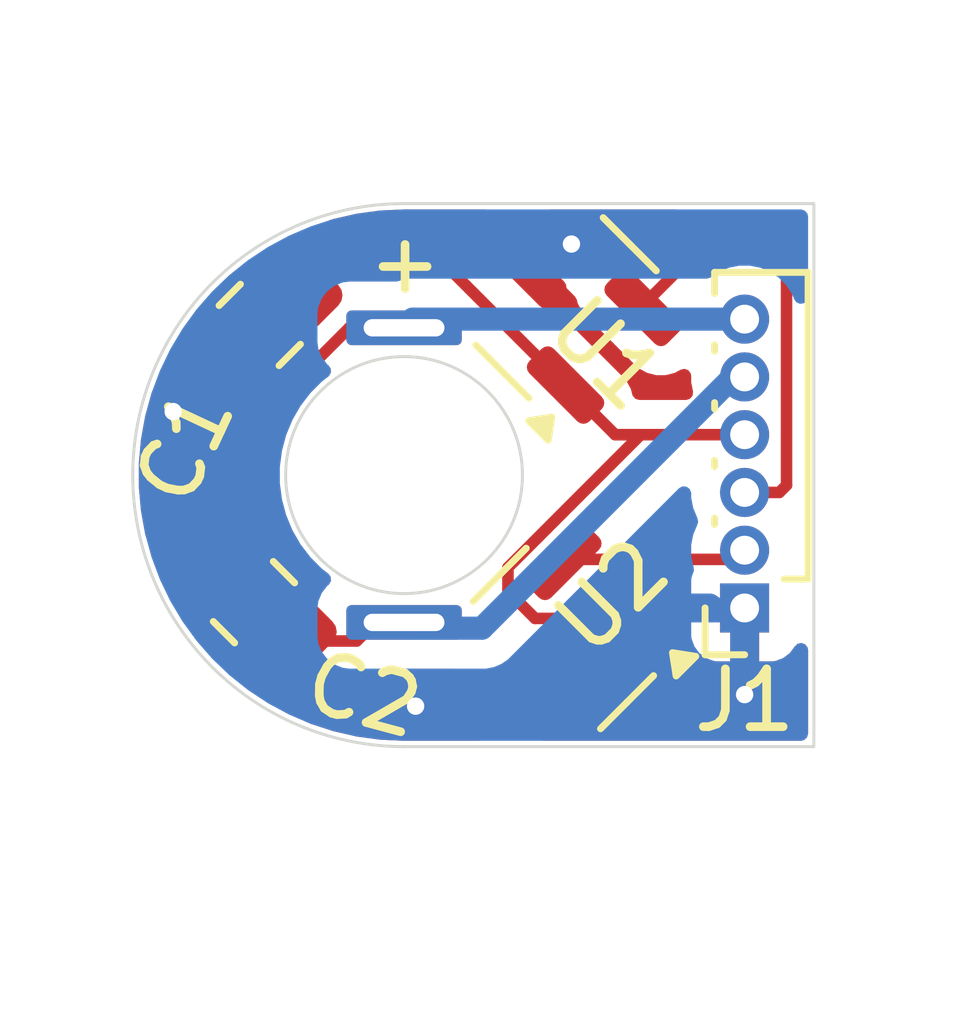
<source format=kicad_pcb>
(kicad_pcb (version 20241229) (generator "pcbnew") (generator_version "9.0")
  (layers (0 "F.Cu" signal) (2 "B.Cu" signal) (13 "F.Paste" user) (15 "B.Paste" user) (5 "F.SilkS" user "F.Silkscreen") (7 "B.SilkS" user "B.Silkscreen") (1 "F.Mask" user) (3 "B.Mask" user) (25 "Edge.Cuts" user))
  (net 0 "")
  (net 1 "GND")
  (net 2 "+3.3V")
  (net 3 "Net-(J1-Pin_6)")
  (net 4 "Net-(J1-Pin_5)")
  (net 5 "Net-(J1-Pin_3)")
  (net 6 "Net-(J1-Pin_2)")
  (footprint "Capacitor_SMD:C_0805_2012Metric" (layer "F.Cu") (at 142.4 107.2 -45)
    (property "Reference" "C2" (at 2.474874 -0.212132 165) (layer "F.SilkS"))
    (property "Value" "1nF")
    (fp_line (start -0.261253 0.735) (end 0.261253 0.735) (stroke (width 0.12)) (layer "F.SilkS"))
    (fp_line (start -0.261253 -0.735) (end 0.261253 -0.735) (stroke (width 0.12)) (layer "F.SilkS"))
    (pad "1" smd roundrect (at -0.949999 0 315) (size 1 1.45) (layers "F.Cu" "F.Mask" "F.Paste") (net 3 "Net-(J1-Pin_6)"))
    (pad "2" smd roundrect (at 0.949999 0 315) (size 1 1.45) (layers "F.Cu" "F.Mask" "F.Paste") (net 4 "Net-(J1-Pin_5)"))
  )
  (footprint "Capacitor_SMD:C_0805_2012Metric" (layer "F.Cu") (at 142.5 102.4 -135)
    (property "Reference" "C1" (at 2.404163 -0.565685 65) (layer "F.SilkS"))
    (property "Value" "10nF")
    (fp_line (start -0.261253 0.735) (end 0.261253 0.735) (stroke (width 0.12)) (layer "F.SilkS"))
    (fp_line (start -0.261253 -0.735) (end 0.261253 -0.735) (stroke (width 0.12)) (layer "F.SilkS"))
    (pad "1" smd roundrect (at -0.949999 0 225) (size 1 1.45) (layers "F.Cu" "F.Mask" "F.Paste") (net 2 "+3.3V"))
    (pad "2" smd roundrect (at 0.949999 0 225) (size 1 1.45) (layers "F.Cu" "F.Mask" "F.Paste") (net 1 "GND"))
  )
  (footprint "Package_TO_SOT_SMD:SOT-23" (layer "F.Cu") (at 147.806551 102.106551 135)
    (property "Reference" "U1" (at -1.051396 -0.070711 135) (layer "F.SilkS"))
    (property "Value" "CC6102ST")
    (fp_line (start 0 -1.560001) (end 0.65 -1.56) (stroke (width 0.12)) (layer "F.SilkS"))
    (fp_line (start 0 -1.560001) (end -0.65 -1.56) (stroke (width 0.12)) (layer "F.SilkS"))
    (fp_line (start 0 1.560001) (end 0.65 1.56) (stroke (width 0.12)) (layer "F.SilkS"))
    (fp_line (start 0 1.560001) (end -0.65 1.56) (stroke (width 0.12)) (layer "F.SilkS"))
    (fp_poly (pts (xy -1.1625 -1.51) (xy -1.4025 -1.84) (xy -0.9225 -1.839999)) (stroke (width 0.12)) (fill yes) (layer "F.SilkS"))
    (pad "1" smd roundrect (at -0.9375 -0.95 135) (size 1.475 0.6) (layers "F.Cu" "F.Mask" "F.Paste") (net 2 "+3.3V"))
    (pad "2" smd roundrect (at -0.9375 0.95 135) (size 1.475 0.6) (layers "F.Cu" "F.Mask" "F.Paste") (net 5 "Net-(J1-Pin_3)"))
    (pad "3" smd roundrect (at 0.937501 0 135) (size 1.475 0.6) (layers "F.Cu" "F.Mask" "F.Paste") (net 1 "GND"))
  )
  (footprint "Connector_PinSocket_1.00mm:PinSocket_1x06_P1.00mm_Vertical" (layer "F.Cu") (at 150.9 107.3 180)
    (property "Reference" "J1" (at 0 -1.6 0) (layer "F.SilkS"))
    (property "Value" "Conn_01x06_Pin" (hide yes))
    (fp_line (start 0.685 -0.81) (end 0.685 0) (stroke (width 0.12)) (layer "F.SilkS"))
    (fp_line (start 0.52 5.445898) (end 0.52 5.81) (stroke (width 0.12)) (layer "F.SilkS"))
    (fp_line (start 0.52 4.445898) (end 0.52 4.554102) (stroke (width 0.12)) (layer "F.SilkS"))
    (fp_line (start 0.52 3.445898) (end 0.52 3.554102) (stroke (width 0.12)) (layer "F.SilkS"))
    (fp_line (start 0.52 2.445898) (end 0.52 2.554102) (stroke (width 0.12)) (layer "F.SilkS"))
    (fp_line (start 0.52 1.445898) (end 0.52 1.554102) (stroke (width 0.12)) (layer "F.SilkS"))
    (fp_line (start 0 -0.81) (end 0.685 -0.81) (stroke (width 0.12)) (layer "F.SilkS"))
    (fp_line (start -1.1 5.81) (end 0.52 5.81) (stroke (width 0.12)) (layer "F.SilkS"))
    (fp_line (start -1.1 0.5) (end -0.685 0.5) (stroke (width 0.12)) (layer "F.SilkS"))
    (fp_line (start -1.1 0.5) (end -1.1 5.81) (stroke (width 0.12)) (layer "F.SilkS"))
    (pad "1" thru_hole rect (at 0 0 180) (size 0.85 0.85) (drill 0.5) (layers "*.Cu" "*.Mask") (net 1 "GND"))
    (pad "2" thru_hole circle (at 0 1 180) (size 0.85 0.85) (drill 0.5) (layers "*.Cu" "*.Mask") (net 6 "Net-(J1-Pin_2)"))
    (pad "3" thru_hole circle (at 0 2 180) (size 0.85 0.85) (drill 0.5) (layers "*.Cu" "*.Mask") (net 5 "Net-(J1-Pin_3)"))
    (pad "4" thru_hole circle (at 0 3 180) (size 0.85 0.85) (drill 0.5) (layers "*.Cu" "*.Mask") (net 2 "+3.3V"))
    (pad "5" thru_hole circle (at 0 4 180) (size 0.85 0.85) (drill 0.5) (layers "*.Cu" "*.Mask") (net 4 "Net-(J1-Pin_5)"))
    (pad "6" thru_hole circle (at 0 5 180) (size 0.85 0.85) (drill 0.5) (layers "*.Cu" "*.Mask") (net 3 "Net-(J1-Pin_6)"))
  )
  (footprint "MyPassives:small_slot_1.2x0.3mm" (layer "F.Cu") (at 145 109.836)
    (property "Reference" "H2" (hide yes))
    (property "Value" "M-")
    (pad "1" thru_hole roundrect (at 0 -2.286) (size 2 0.6) (drill oval 1.4 0.3) (layers "*.Cu" "*.Mask") (roundrect_rratio 0.15) (net 4 "Net-(J1-Pin_5)"))
  )
  (footprint "MyPassives:small_slot_1.2x0.3mm" (layer "F.Cu") (at 145 104.736)
    (property "Reference" "H1" (hide yes))
    (property "Value" "M+")
    (pad "1" thru_hole roundrect (at 0 -2.286) (size 2 0.6) (drill oval 1.4 0.3) (layers "*.Cu" "*.Mask") (roundrect_rratio 0.15) (net 3 "Net-(J1-Pin_6)"))
  )
  (footprint "Package_TO_SOT_SMD:SOT-23" (layer "F.Cu") (at 147.760129 107.828443 -135)
    (property "Reference" "U2" (at -1.108965 -0.078791 225) (layer "F.SilkS"))
    (property "Value" "CC6102ST" (hide yes))
    (fp_line (start 0 1.560001) (end 0.65 1.56) (stroke (width 0.12)) (layer "F.SilkS"))
    (fp_line (start 0 1.560001) (end -0.65 1.56) (stroke (width 0.12)) (layer "F.SilkS"))
    (fp_line (start 0 -1.560001) (end 0.65 -1.56) (stroke (width 0.12)) (layer "F.SilkS"))
    (fp_line (start 0 -1.560001) (end -0.65 -1.56) (stroke (width 0.12)) (layer "F.SilkS"))
    (fp_poly (pts (xy -1.1625 -1.51) (xy -1.4025 -1.84) (xy -0.9225 -1.839999)) (stroke (width 0.12)) (fill yes) (layer "F.SilkS"))
    (pad "1" smd roundrect (at -0.9375 -0.95 225) (size 1.475 0.6) (layers "F.Cu" "F.Mask" "F.Paste") (net 2 "+3.3V"))
    (pad "2" smd roundrect (at -0.9375 0.95 225) (size 1.475 0.6) (layers "F.Cu" "F.Mask" "F.Paste") (net 6 "Net-(J1-Pin_2)"))
    (pad "3" smd roundrect (at 0.937501 0 225) (size 1.475 0.6) (layers "F.Cu" "F.Mask" "F.Paste") (net 1 "GND"))
  )
  (gr_line (start 152.1 100.3) (end 152.1 109.7) (stroke (width 0.05)) (layer "Edge.Cuts"))
  (gr_arc (start 145 109.7) (mid 140.3 105) (end 145 100.3) (stroke (width 0.05)) (layer "Edge.Cuts"))
  (gr_line (start 145 109.7) (end 152.1 109.7) (stroke (width 0.05)) (layer "Edge.Cuts"))
  (gr_line (start 145 100.3) (end 152.1 100.3) (stroke (width 0.05)) (layer "Edge.Cuts"))
  (gr_circle (center 145 105) (end 144.975034 107.050972) (stroke (width 0.05)) (fill no) (layer "Edge.Cuts"))
  (gr_text "+" (at 144.3 101.9 0) (layer "F.SilkS") (effects (font (size 1 1)) (justify left bottom)))
  (segment (start 141.828249 103.071751) (end 141 103.9) (width 0.5) (layer "F.Cu") (net 1))
  (segment (start 150.9 107.3) (end 150.9 108.8) (width 0.5) (layer "F.Cu") (net 1))
  (via (at 150.9 108.8) (size 0.6) (drill 0.3) (layers "F.Cu" "B.Cu") (net 1))
  (via (at 141 103.9) (size 0.6) (drill 0.3) (layers "F.Cu" "B.Cu") (net 1))
  (via (at 147.9 101) (size 0.6) (drill 0.3) (layers "F.Cu" "B.Cu") (net 1))
  (via (at 145.2 109) (size 0.6) (drill 0.3) (layers "F.Cu" "B.Cu") (net 1))
  (segment (start 145.784746 101.428249) (end 143.671751 101.428249) (width 0.2) (layer "F.Cu") (net 2))
  (segment (start 148.656497 104.3) (end 147.797712 103.441215) (width 0.2) (layer "F.Cu") (net 2))
  (segment (start 147.269126 107.480932) (end 148.819859 107.480932) (width 0.2) (layer "F.Cu") (net 2))
  (segment (start 146.8 107.011806) (end 147.269126 107.480932) (width 0.2) (layer "F.Cu") (net 2))
  (segment (start 150.9 104.3) (end 148.656497 104.3) (width 0.2) (layer "F.Cu") (net 2))
  (segment (start 149.1 104.3) (end 146.8 106.6) (width 0.2) (layer "F.Cu") (net 2))
  (segment (start 143.671751 101.428249) (end 143.371751 101.728249) (width 0.2) (layer "F.Cu") (net 2))
  (segment (start 148.656497 104.3) (end 149.1 104.3) (width 0.2) (layer "F.Cu") (net 2))
  (segment (start 147.797712 103.441215) (end 145.784746 101.428249) (width 0.2) (layer "F.Cu") (net 2))
  (segment (start 148.819859 107.480932) (end 149.141215 107.802288) (width 0.2) (layer "F.Cu") (net 2))
  (segment (start 146.8 106.6) (end 146.8 107.011806) (width 0.2) (layer "F.Cu") (net 2))
  (segment (start 143.371751 101.728249) (end 143.171751 101.728249) (width 0.2) (layer "F.Cu") (net 2))
  (segment (start 141.728249 104.771751) (end 141.728249 106.528249) (width 0.2) (layer "F.Cu") (net 3))
  (segment (start 144.05 102.45) (end 141.728249 104.771751) (width 0.2) (layer "F.Cu") (net 3))
  (segment (start 145 102.4) (end 145 102.45) (width 0.2) (layer "F.Cu") (net 3))
  (segment (start 145 102.45) (end 144.05 102.45) (width 0.2) (layer "F.Cu") (net 3))
  (segment (start 145 102.4) (end 145 102.45) (width 0.4) (layer "B.Cu") (net 3))
  (segment (start 145 102.45) (end 145.15 102.3) (width 0.4) (layer "B.Cu") (net 3))
  (segment (start 145.15 102.3) (end 150.9 102.3) (width 0.4) (layer "B.Cu") (net 3))
  (segment (start 144.179373 107.871751) (end 144.501124 107.55) (width 0.2) (layer "F.Cu") (net 4))
  (segment (start 144.501124 107.55) (end 145 107.55) (width 0.2) (layer "F.Cu") (net 4))
  (segment (start 145 107.55) (end 145 107.5) (width 0.2) (layer "F.Cu") (net 4))
  (segment (start 143.071751 107.871751) (end 144.179373 107.871751) (width 0.2) (layer "F.Cu") (net 4))
  (segment (start 145 107.5) (end 145 107.55) (width 0.4) (layer "B.Cu") (net 4))
  (segment (start 145 107.55) (end 145.1 107.65) (width 0.4) (layer "B.Cu") (net 4))
  (segment (start 145.1 107.65) (end 146.35 107.65) (width 0.4) (layer "B.Cu") (net 4))
  (segment (start 150.7 103.3) (end 150.9 103.3) (width 0.2) (layer "B.Cu") (net 4))
  (segment (start 146.35 107.65) (end 150.7 103.3) (width 0.4) (layer "B.Cu") (net 4))
  (segment (start 151.50104 105.3) (end 150.9 105.3) (width 0.2) (layer "F.Cu") (net 5))
  (segment (start 151.284654 101.184654) (end 151.626 101.526) (width 0.2) (layer "F.Cu") (net 5))
  (segment (start 151.626 105.17504) (end 151.50104 105.3) (width 0.2) (layer "F.Cu") (net 5))
  (segment (start 150.015346 101.184654) (end 151.284654 101.184654) (width 0.2) (layer "F.Cu") (net 5))
  (segment (start 151.626 101.526) (end 151.626 105.17504) (width 0.2) (layer "F.Cu") (net 5))
  (segment (start 149.141215 102.097712) (end 149.141215 102.058785) (width 0.2) (layer "F.Cu") (net 5))
  (segment (start 149.141215 102.058785) (end 150.015346 101.184654) (width 0.2) (layer "F.Cu") (net 5))
  (segment (start 150.741215 106.458785) (end 150.9 106.3) (width 0.2) (layer "F.Cu") (net 6))
  (segment (start 147.797712 106.458785) (end 150.741215 106.458785) (width 0.2) (layer "F.Cu") (net 6))
  (zone (net 1) (net_name "GND") (layers "F.Cu" "B.Cu") (connect_pads (clearance 0.5)) (min_thickness 0.25) (fill yes (thermal_gap 0.5) (thermal_bridge_width 0.5))
    (polygon (pts (xy 138 100) (xy 154.1 99.9) (xy 154.1 110.2) (xy 138 110.2)))
  )
)
</source>
